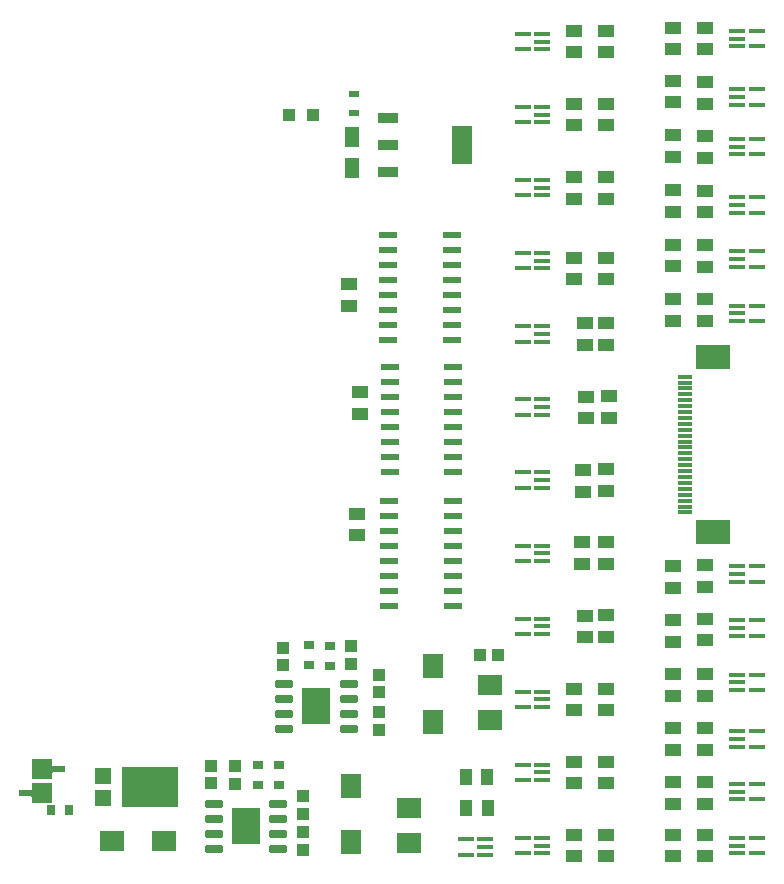
<source format=gbr>
G04*
G04 #@! TF.GenerationSoftware,Altium Limited,Altium Designer,23.5.1 (21)*
G04*
G04 Layer_Color=8421504*
%FSLAX25Y25*%
%MOIN*%
G70*
G04*
G04 #@! TF.SameCoordinates,62E66B6F-0332-4FDC-AC1A-6E2C05ECB38F*
G04*
G04*
G04 #@! TF.FilePolarity,Positive*
G04*
G01*
G75*
%ADD16R,0.05800X0.04400*%
%ADD17R,0.05764X0.01624*%
%ADD18R,0.04921X0.01181*%
%ADD19R,0.11811X0.07874*%
%ADD20R,0.04400X0.05800*%
%ADD21R,0.05906X0.02362*%
G04:AMPARAMS|DCode=22|XSize=94.49mil|YSize=122.05mil|CornerRadius=1.89mil|HoleSize=0mil|Usage=FLASHONLY|Rotation=180.000|XOffset=0mil|YOffset=0mil|HoleType=Round|Shape=RoundedRectangle|*
%AMROUNDEDRECTD22*
21,1,0.09449,0.11827,0,0,180.0*
21,1,0.09071,0.12205,0,0,180.0*
1,1,0.00378,-0.04535,0.05913*
1,1,0.00378,0.04535,0.05913*
1,1,0.00378,0.04535,-0.05913*
1,1,0.00378,-0.04535,-0.05913*
%
%ADD22ROUNDEDRECTD22*%
G04:AMPARAMS|DCode=23|XSize=23.62mil|YSize=57.09mil|CornerRadius=2.01mil|HoleSize=0mil|Usage=FLASHONLY|Rotation=270.000|XOffset=0mil|YOffset=0mil|HoleType=Round|Shape=RoundedRectangle|*
%AMROUNDEDRECTD23*
21,1,0.02362,0.05307,0,0,270.0*
21,1,0.01961,0.05709,0,0,270.0*
1,1,0.00402,-0.02653,-0.00980*
1,1,0.00402,-0.02653,0.00980*
1,1,0.00402,0.02653,0.00980*
1,1,0.00402,0.02653,-0.00980*
%
%ADD23ROUNDEDRECTD23*%
%ADD24R,0.03543X0.02756*%
%ADD25R,0.03937X0.03937*%
%ADD26R,0.06693X0.08465*%
%ADD27R,0.06890X0.03740*%
%ADD28R,0.06890X0.12598*%
%ADD29R,0.02559X0.03543*%
%ADD30R,0.05512X0.05472*%
%ADD31R,0.19134X0.13228*%
%ADD32R,0.08268X0.07087*%
%ADD33R,0.05118X0.06693*%
%ADD34R,0.03701X0.02126*%
%ADD35R,0.03937X0.03937*%
%ADD36R,0.07890X0.06510*%
G36*
X332347Y468716D02*
Y475410D01*
X325654D01*
X325654Y473579D01*
X325644Y473479D01*
X325567Y473294D01*
X325426Y473153D01*
X325242Y473077D01*
X325142Y473067D01*
X325142D01*
X321244D01*
Y471059D01*
X325142Y471059D01*
X325242Y471049D01*
X325426Y470973D01*
X325567Y470832D01*
X325644Y470647D01*
X325654Y470547D01*
X325654D01*
Y468716D01*
X332347D01*
D02*
G37*
G36*
X325654Y483284D02*
Y476590D01*
X332347D01*
Y478421D01*
X332356Y478521D01*
X332433Y478706D01*
X332574Y478847D01*
X332758Y478923D01*
X332858Y478933D01*
D01*
X336756D01*
Y480941D01*
X332858D01*
X332758Y480951D01*
X332574Y481027D01*
X332433Y481168D01*
X332356Y481353D01*
X332347Y481453D01*
X332347Y481453D01*
Y483284D01*
X325654D01*
D02*
G37*
D16*
X539500Y654800D02*
D03*
Y647600D02*
D03*
Y691200D02*
D03*
Y684000D02*
D03*
X517000Y694536D02*
D03*
Y701736D02*
D03*
X518000Y597000D02*
D03*
Y604200D02*
D03*
X517000Y499627D02*
D03*
Y506827D02*
D03*
X539500Y475600D02*
D03*
Y468400D02*
D03*
Y547600D02*
D03*
Y540400D02*
D03*
Y727100D02*
D03*
Y719900D02*
D03*
X517000Y650409D02*
D03*
Y643209D02*
D03*
Y548354D02*
D03*
Y555554D02*
D03*
Y450900D02*
D03*
Y458100D02*
D03*
X539500Y511600D02*
D03*
Y504400D02*
D03*
X431500Y634500D02*
D03*
Y641700D02*
D03*
X435000Y598400D02*
D03*
Y605600D02*
D03*
X539500Y709400D02*
D03*
Y702200D02*
D03*
X517000Y670173D02*
D03*
Y677373D02*
D03*
X539500Y636600D02*
D03*
Y629400D02*
D03*
X517000Y572718D02*
D03*
Y579918D02*
D03*
Y475264D02*
D03*
Y482464D02*
D03*
X539500Y493700D02*
D03*
Y486500D02*
D03*
X434000Y557900D02*
D03*
Y565100D02*
D03*
X517000Y718900D02*
D03*
Y726100D02*
D03*
Y621445D02*
D03*
Y628645D02*
D03*
X539500Y673000D02*
D03*
Y665800D02*
D03*
X517000Y523991D02*
D03*
Y531191D02*
D03*
X539500Y450900D02*
D03*
Y458100D02*
D03*
Y529600D02*
D03*
Y522400D02*
D03*
X550000Y690900D02*
D03*
Y683700D02*
D03*
X506500Y694536D02*
D03*
Y701736D02*
D03*
X510500Y596900D02*
D03*
Y604100D02*
D03*
X506500Y499627D02*
D03*
Y506827D02*
D03*
X550000Y475600D02*
D03*
Y468400D02*
D03*
Y547876D02*
D03*
Y540676D02*
D03*
Y654700D02*
D03*
Y647500D02*
D03*
Y727100D02*
D03*
Y719900D02*
D03*
X506500Y650409D02*
D03*
Y643209D02*
D03*
X509000Y548400D02*
D03*
Y555600D02*
D03*
X506500Y450900D02*
D03*
Y458100D02*
D03*
X550000Y511600D02*
D03*
Y504400D02*
D03*
Y709000D02*
D03*
Y701800D02*
D03*
X506500Y670173D02*
D03*
Y677373D02*
D03*
X550000Y636600D02*
D03*
Y629400D02*
D03*
X509500Y572400D02*
D03*
Y579600D02*
D03*
X506500Y475264D02*
D03*
Y482464D02*
D03*
X550000Y493600D02*
D03*
Y486400D02*
D03*
X506500Y718900D02*
D03*
Y726100D02*
D03*
X510000Y621400D02*
D03*
Y628600D02*
D03*
X550000Y672800D02*
D03*
Y665600D02*
D03*
X510000Y523900D02*
D03*
Y531100D02*
D03*
X550000Y450900D02*
D03*
Y458100D02*
D03*
Y530100D02*
D03*
Y522900D02*
D03*
D17*
X567229Y457059D02*
D03*
Y451941D02*
D03*
X560771D02*
D03*
Y454500D02*
D03*
Y457059D02*
D03*
X489271Y451941D02*
D03*
Y457059D02*
D03*
X495729D02*
D03*
Y454500D02*
D03*
Y451941D02*
D03*
X567229Y547559D02*
D03*
Y542441D02*
D03*
X560771D02*
D03*
Y545000D02*
D03*
Y547559D02*
D03*
X567229Y690059D02*
D03*
Y684941D02*
D03*
X560771D02*
D03*
Y687500D02*
D03*
Y690059D02*
D03*
X489271Y695577D02*
D03*
Y700695D02*
D03*
X495729D02*
D03*
Y698136D02*
D03*
Y695577D02*
D03*
X489271Y598123D02*
D03*
Y603241D02*
D03*
X495729D02*
D03*
Y600682D02*
D03*
Y598123D02*
D03*
X489271Y500668D02*
D03*
Y505786D02*
D03*
X495729D02*
D03*
Y503227D02*
D03*
Y500668D02*
D03*
X567229Y475000D02*
D03*
Y469882D02*
D03*
X560771D02*
D03*
Y472441D02*
D03*
Y475000D02*
D03*
X567229Y652559D02*
D03*
Y647441D02*
D03*
X560771D02*
D03*
Y650000D02*
D03*
Y652559D02*
D03*
X567229Y726059D02*
D03*
Y720941D02*
D03*
X560771D02*
D03*
Y723500D02*
D03*
Y726059D02*
D03*
X489271Y646850D02*
D03*
Y651968D02*
D03*
X495729D02*
D03*
Y649409D02*
D03*
Y646850D02*
D03*
X489271Y549396D02*
D03*
Y554514D02*
D03*
X495729D02*
D03*
Y551955D02*
D03*
Y549396D02*
D03*
X567229Y511500D02*
D03*
Y506382D02*
D03*
X560771D02*
D03*
Y508941D02*
D03*
Y511500D02*
D03*
X567229Y706559D02*
D03*
Y701441D02*
D03*
X560771D02*
D03*
Y704000D02*
D03*
Y706559D02*
D03*
X489271Y671214D02*
D03*
Y676332D02*
D03*
X495729D02*
D03*
Y673773D02*
D03*
Y671214D02*
D03*
X567229Y634500D02*
D03*
Y629382D02*
D03*
X560771D02*
D03*
Y631941D02*
D03*
Y634500D02*
D03*
X489271Y573759D02*
D03*
Y578877D02*
D03*
X495729D02*
D03*
Y576318D02*
D03*
Y573759D02*
D03*
X489271Y476305D02*
D03*
Y481423D02*
D03*
X495729D02*
D03*
Y478864D02*
D03*
Y476305D02*
D03*
X567229Y492559D02*
D03*
Y487441D02*
D03*
X560771D02*
D03*
Y490000D02*
D03*
Y492559D02*
D03*
X489271Y719941D02*
D03*
Y725059D02*
D03*
X495729D02*
D03*
Y722500D02*
D03*
Y719941D02*
D03*
X489271Y622486D02*
D03*
Y627604D02*
D03*
X495729D02*
D03*
Y625045D02*
D03*
Y622486D02*
D03*
X567229Y670618D02*
D03*
Y665500D02*
D03*
X560771D02*
D03*
Y668059D02*
D03*
Y670618D02*
D03*
X489271Y525032D02*
D03*
Y530150D02*
D03*
X495729D02*
D03*
Y527591D02*
D03*
Y525032D02*
D03*
X567229Y529559D02*
D03*
Y524441D02*
D03*
X560771D02*
D03*
Y527000D02*
D03*
Y529559D02*
D03*
X470271Y451441D02*
D03*
Y456559D02*
D03*
X476729D02*
D03*
Y454000D02*
D03*
Y451441D02*
D03*
D18*
X543500Y565536D02*
D03*
Y567504D02*
D03*
Y569473D02*
D03*
Y571441D02*
D03*
Y573410D02*
D03*
Y575378D02*
D03*
Y577347D02*
D03*
Y579315D02*
D03*
Y581284D02*
D03*
Y583252D02*
D03*
Y585221D02*
D03*
Y587189D02*
D03*
Y589158D02*
D03*
Y591126D02*
D03*
Y593095D02*
D03*
Y595063D02*
D03*
Y597032D02*
D03*
Y599000D02*
D03*
Y600969D02*
D03*
Y602937D02*
D03*
Y604906D02*
D03*
Y606874D02*
D03*
Y608843D02*
D03*
Y610811D02*
D03*
D19*
X552653Y617465D02*
D03*
Y558882D02*
D03*
D20*
X477600Y467000D02*
D03*
X470400D02*
D03*
X470300Y477500D02*
D03*
X477500D02*
D03*
D21*
X444370Y623000D02*
D03*
Y628000D02*
D03*
Y633000D02*
D03*
Y638000D02*
D03*
Y643000D02*
D03*
Y648000D02*
D03*
Y653000D02*
D03*
Y658000D02*
D03*
X465630D02*
D03*
Y653000D02*
D03*
Y648000D02*
D03*
Y643000D02*
D03*
Y638000D02*
D03*
Y633000D02*
D03*
Y628000D02*
D03*
Y623000D02*
D03*
X444870Y579000D02*
D03*
Y584000D02*
D03*
Y589000D02*
D03*
Y594000D02*
D03*
Y599000D02*
D03*
Y604000D02*
D03*
Y609000D02*
D03*
Y614000D02*
D03*
X466130D02*
D03*
Y609000D02*
D03*
Y604000D02*
D03*
Y599000D02*
D03*
Y594000D02*
D03*
Y589000D02*
D03*
Y584000D02*
D03*
Y579000D02*
D03*
X444740Y534500D02*
D03*
Y539500D02*
D03*
Y544500D02*
D03*
Y549500D02*
D03*
Y554500D02*
D03*
Y559500D02*
D03*
Y564500D02*
D03*
Y569500D02*
D03*
X466000D02*
D03*
Y564500D02*
D03*
Y559500D02*
D03*
Y554500D02*
D03*
Y549500D02*
D03*
Y544500D02*
D03*
Y539500D02*
D03*
Y534500D02*
D03*
D22*
X397000Y461000D02*
D03*
X420500Y501000D02*
D03*
D23*
X407728Y453500D02*
D03*
Y458500D02*
D03*
Y463500D02*
D03*
Y468500D02*
D03*
X386272Y453500D02*
D03*
Y458500D02*
D03*
Y463500D02*
D03*
Y468500D02*
D03*
X431228Y493500D02*
D03*
Y498500D02*
D03*
Y503500D02*
D03*
Y508500D02*
D03*
X409772Y493500D02*
D03*
Y498500D02*
D03*
Y503500D02*
D03*
Y508500D02*
D03*
D24*
X418000Y514744D02*
D03*
Y521256D02*
D03*
X408000Y474744D02*
D03*
Y481256D02*
D03*
X401000Y481256D02*
D03*
Y474744D02*
D03*
X425000Y521000D02*
D03*
Y514488D02*
D03*
D25*
X419500Y698000D02*
D03*
X411500D02*
D03*
X441500Y511500D02*
D03*
Y505776D02*
D03*
X432000Y520862D02*
D03*
Y515138D02*
D03*
X409500Y514638D02*
D03*
Y520362D02*
D03*
X441500Y498862D02*
D03*
Y493138D02*
D03*
X393500Y480862D02*
D03*
Y475138D02*
D03*
X416000Y458862D02*
D03*
Y453138D02*
D03*
Y465138D02*
D03*
Y470862D02*
D03*
X385500Y475276D02*
D03*
Y481000D02*
D03*
D26*
X459500Y514449D02*
D03*
Y495551D02*
D03*
X432000Y474449D02*
D03*
Y455551D02*
D03*
D27*
X444197Y697055D02*
D03*
Y688000D02*
D03*
Y678945D02*
D03*
D28*
X469000Y688000D02*
D03*
D29*
X337854Y466500D02*
D03*
X332146D02*
D03*
D30*
X349323Y470378D02*
D03*
Y477622D02*
D03*
D31*
X365000Y474000D02*
D03*
D32*
X352339Y456000D02*
D03*
X369661D02*
D03*
D33*
X432500Y690815D02*
D03*
Y680185D02*
D03*
D34*
X433000Y698701D02*
D03*
Y705000D02*
D03*
D35*
X480862Y518000D02*
D03*
X475138D02*
D03*
D36*
X478500Y496500D02*
D03*
Y508117D02*
D03*
X451500Y467117D02*
D03*
Y455500D02*
D03*
M02*

</source>
